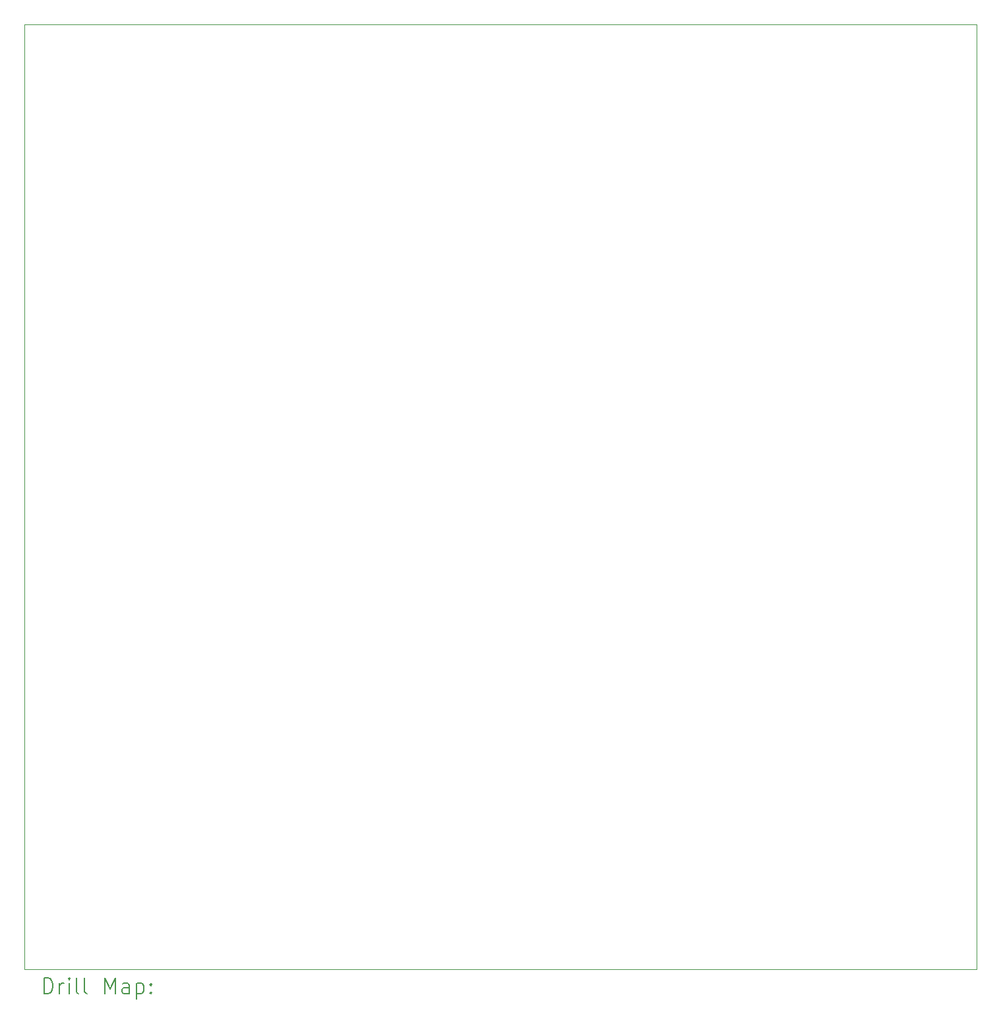
<source format=gbr>
%TF.GenerationSoftware,KiCad,Pcbnew,(6.0.8)*%
%TF.CreationDate,2022-10-21T20:54:05+03:00*%
%TF.ProjectId,commboard,636f6d6d-626f-4617-9264-2e6b69636164,rev?*%
%TF.SameCoordinates,Original*%
%TF.FileFunction,Drillmap*%
%TF.FilePolarity,Positive*%
%FSLAX45Y45*%
G04 Gerber Fmt 4.5, Leading zero omitted, Abs format (unit mm)*
G04 Created by KiCad (PCBNEW (6.0.8)) date 2022-10-21 20:54:05*
%MOMM*%
%LPD*%
G01*
G04 APERTURE LIST*
%ADD10C,0.100000*%
%ADD11C,0.200000*%
G04 APERTURE END LIST*
D10*
X16230000Y-4000000D02*
X4000000Y-4000000D01*
X4000000Y-4000000D02*
X4000000Y-16120000D01*
X4000000Y-16120000D02*
X16230000Y-16120000D01*
X16230000Y-16120000D02*
X16230000Y-4000000D01*
D11*
X4252619Y-16435476D02*
X4252619Y-16235476D01*
X4300238Y-16235476D01*
X4328810Y-16245000D01*
X4347857Y-16264048D01*
X4357381Y-16283095D01*
X4366905Y-16321190D01*
X4366905Y-16349762D01*
X4357381Y-16387857D01*
X4347857Y-16406905D01*
X4328810Y-16425952D01*
X4300238Y-16435476D01*
X4252619Y-16435476D01*
X4452619Y-16435476D02*
X4452619Y-16302143D01*
X4452619Y-16340238D02*
X4462143Y-16321190D01*
X4471667Y-16311667D01*
X4490714Y-16302143D01*
X4509762Y-16302143D01*
X4576429Y-16435476D02*
X4576429Y-16302143D01*
X4576429Y-16235476D02*
X4566905Y-16245000D01*
X4576429Y-16254524D01*
X4585952Y-16245000D01*
X4576429Y-16235476D01*
X4576429Y-16254524D01*
X4700238Y-16435476D02*
X4681190Y-16425952D01*
X4671667Y-16406905D01*
X4671667Y-16235476D01*
X4805000Y-16435476D02*
X4785952Y-16425952D01*
X4776429Y-16406905D01*
X4776429Y-16235476D01*
X5033571Y-16435476D02*
X5033571Y-16235476D01*
X5100238Y-16378333D01*
X5166905Y-16235476D01*
X5166905Y-16435476D01*
X5347857Y-16435476D02*
X5347857Y-16330714D01*
X5338333Y-16311667D01*
X5319286Y-16302143D01*
X5281190Y-16302143D01*
X5262143Y-16311667D01*
X5347857Y-16425952D02*
X5328810Y-16435476D01*
X5281190Y-16435476D01*
X5262143Y-16425952D01*
X5252619Y-16406905D01*
X5252619Y-16387857D01*
X5262143Y-16368809D01*
X5281190Y-16359286D01*
X5328810Y-16359286D01*
X5347857Y-16349762D01*
X5443095Y-16302143D02*
X5443095Y-16502143D01*
X5443095Y-16311667D02*
X5462143Y-16302143D01*
X5500238Y-16302143D01*
X5519286Y-16311667D01*
X5528810Y-16321190D01*
X5538333Y-16340238D01*
X5538333Y-16397381D01*
X5528810Y-16416428D01*
X5519286Y-16425952D01*
X5500238Y-16435476D01*
X5462143Y-16435476D01*
X5443095Y-16425952D01*
X5624048Y-16416428D02*
X5633571Y-16425952D01*
X5624048Y-16435476D01*
X5614524Y-16425952D01*
X5624048Y-16416428D01*
X5624048Y-16435476D01*
X5624048Y-16311667D02*
X5633571Y-16321190D01*
X5624048Y-16330714D01*
X5614524Y-16321190D01*
X5624048Y-16311667D01*
X5624048Y-16330714D01*
M02*

</source>
